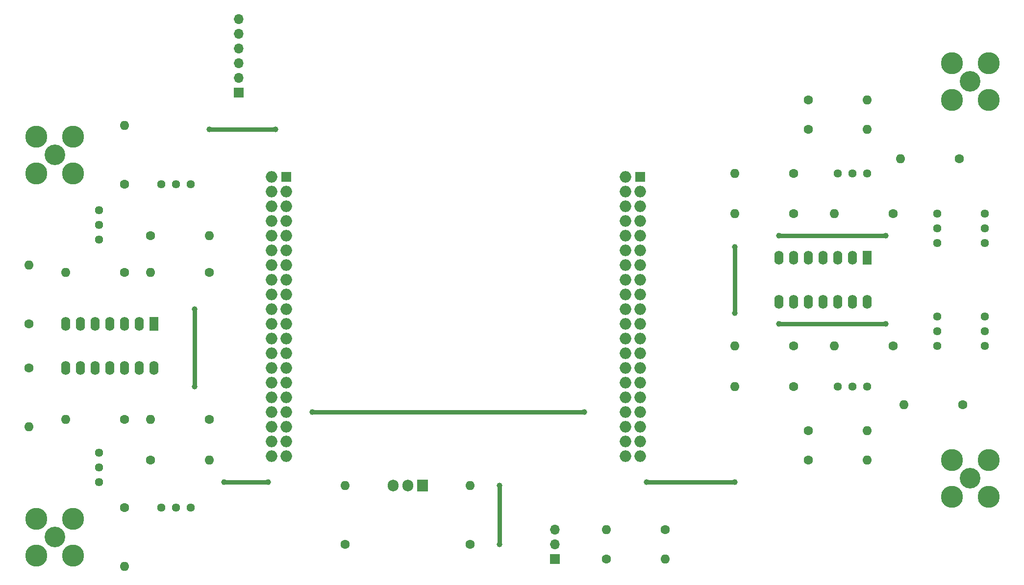
<source format=gbr>
%TF.GenerationSoftware,KiCad,Pcbnew,(5.1.6)-1*%
%TF.CreationDate,2021-01-07T08:24:20+01:00*%
%TF.ProjectId,carteAdaptatrice,63617274-6541-4646-9170-746174726963,rev?*%
%TF.SameCoordinates,Original*%
%TF.FileFunction,Copper,L1,Top*%
%TF.FilePolarity,Positive*%
%FSLAX46Y46*%
G04 Gerber Fmt 4.6, Leading zero omitted, Abs format (unit mm)*
G04 Created by KiCad (PCBNEW (5.1.6)-1) date 2021-01-07 08:24:20*
%MOMM*%
%LPD*%
G01*
G04 APERTURE LIST*
%TA.AperFunction,ComponentPad*%
%ADD10C,1.600000*%
%TD*%
%TA.AperFunction,ComponentPad*%
%ADD11O,1.600000X1.600000*%
%TD*%
%TA.AperFunction,ComponentPad*%
%ADD12R,1.700000X1.700000*%
%TD*%
%TA.AperFunction,ComponentPad*%
%ADD13O,2.000000X2.000000*%
%TD*%
%TA.AperFunction,ComponentPad*%
%ADD14C,3.810000*%
%TD*%
%TA.AperFunction,ComponentPad*%
%ADD15C,3.556000*%
%TD*%
%TA.AperFunction,ComponentPad*%
%ADD16O,1.700000X1.700000*%
%TD*%
%TA.AperFunction,ComponentPad*%
%ADD17C,1.440000*%
%TD*%
%TA.AperFunction,ComponentPad*%
%ADD18O,1.600000X2.400000*%
%TD*%
%TA.AperFunction,ComponentPad*%
%ADD19R,1.600000X2.400000*%
%TD*%
%TA.AperFunction,ComponentPad*%
%ADD20R,1.905000X2.000000*%
%TD*%
%TA.AperFunction,ComponentPad*%
%ADD21O,1.905000X2.000000*%
%TD*%
%TA.AperFunction,ViaPad*%
%ADD22C,1.000000*%
%TD*%
%TA.AperFunction,Conductor*%
%ADD23C,0.800000*%
%TD*%
G04 APERTURE END LIST*
D10*
%TO.P,R22,1*%
%TO.N,Net-(R22-Pad1)*%
X230505000Y-135255000D03*
D11*
%TO.P,R22,2*%
%TO.N,Net-(R20-Pad2)*%
X220345000Y-135255000D03*
%TD*%
D10*
%TO.P,R6,1*%
%TO.N,Net-(R6-Pad1)*%
X69215000Y-128905000D03*
D11*
%TO.P,R6,2*%
%TO.N,Net-(R6-Pad2)*%
X69215000Y-139065000D03*
%TD*%
D12*
%TO.P,J3,1*%
%TO.N,Net-(J3-Pad1)*%
X113665000Y-95885000D03*
D13*
%TO.P,J3,2*%
%TO.N,Net-(J3-Pad2)*%
X111125000Y-95885000D03*
%TO.P,J3,3*%
%TO.N,RX_PC_11*%
X113665000Y-98425000D03*
%TO.P,J3,4*%
%TO.N,TX_PC_10*%
X111125000Y-98425000D03*
%TO.P,J3,5*%
%TO.N,Net-(J3-Pad5)*%
X113665000Y-100965000D03*
%TO.P,J3,6*%
%TO.N,Net-(J3-Pad6)*%
X111125000Y-100965000D03*
%TO.P,J3,7*%
%TO.N,Net-(J3-Pad7)*%
X113665000Y-103505000D03*
%TO.P,J3,8*%
%TO.N,Net-(J3-Pad8)*%
X111125000Y-103505000D03*
%TO.P,J3,9*%
%TO.N,Net-(J3-Pad9)*%
X113665000Y-106045000D03*
%TO.P,J3,10*%
%TO.N,Net-(J3-Pad10)*%
X111125000Y-106045000D03*
%TO.P,J3,11*%
%TO.N,Net-(J3-Pad11)*%
X113665000Y-108585000D03*
%TO.P,J3,12*%
%TO.N,Net-(J3-Pad12)*%
X111125000Y-108585000D03*
%TO.P,J3,13*%
%TO.N,Net-(J3-Pad13)*%
X113665000Y-111125000D03*
%TO.P,J3,14*%
%TO.N,Net-(J3-Pad14)*%
X111125000Y-111125000D03*
%TO.P,J3,15*%
%TO.N,Net-(J3-Pad15)*%
X113665000Y-113665000D03*
%TO.P,J3,16*%
%TO.N,Net-(J3-Pad16)*%
X111125000Y-113665000D03*
%TO.P,J3,17*%
%TO.N,3.3V*%
X113665000Y-116205000D03*
%TO.P,J3,18*%
%TO.N,Net-(J3-Pad18)*%
X111125000Y-116205000D03*
%TO.P,J3,19*%
%TO.N,5V*%
X113665000Y-118745000D03*
%TO.P,J3,20*%
%TO.N,Net-(J3-Pad20)*%
X111125000Y-118745000D03*
%TO.P,J3,21*%
%TO.N,GND*%
X113665000Y-121285000D03*
%TO.P,J3,22*%
X111125000Y-121285000D03*
%TO.P,J3,23*%
X113665000Y-123825000D03*
%TO.P,J3,24*%
%TO.N,Net-(J3-Pad24)*%
X111125000Y-123825000D03*
%TO.P,J3,25*%
%TO.N,Vin*%
X113665000Y-126365000D03*
%TO.P,J3,26*%
%TO.N,Net-(J3-Pad26)*%
X111125000Y-126365000D03*
%TO.P,J3,27*%
%TO.N,Net-(J3-Pad27)*%
X113665000Y-128905000D03*
%TO.P,J3,28*%
%TO.N,Net-(J3-Pad28)*%
X111125000Y-128905000D03*
%TO.P,J3,29*%
%TO.N,Net-(J3-Pad29)*%
X113665000Y-131445000D03*
%TO.P,J3,30*%
%TO.N,Net-(J3-Pad30)*%
X111125000Y-131445000D03*
%TO.P,J3,31*%
%TO.N,Net-(J3-Pad31)*%
X113665000Y-133985000D03*
%TO.P,J3,32*%
%TO.N,Net-(J3-Pad32)*%
X111125000Y-133985000D03*
%TO.P,J3,33*%
%TO.N,V_OUT_X_PA_4*%
X113665000Y-136525000D03*
%TO.P,J3,34*%
%TO.N,Net-(J3-Pad34)*%
X111125000Y-136525000D03*
%TO.P,J3,35*%
%TO.N,Net-(J3-Pad35)*%
X113665000Y-139065000D03*
%TO.P,J3,36*%
%TO.N,Net-(J3-Pad36)*%
X111125000Y-139065000D03*
%TO.P,J3,37*%
%TO.N,Net-(J3-Pad37)*%
X113665000Y-141605000D03*
%TO.P,J3,38*%
%TO.N,V_IN_X_PC_2*%
X111125000Y-141605000D03*
%TO.P,J3,39*%
%TO.N,V_IN_Y_PC_10*%
X113665000Y-144145000D03*
%TO.P,J3,40*%
%TO.N,Net-(J3-Pad40)*%
X111125000Y-144145000D03*
%TD*%
%TO.P,J4,40*%
%TO.N,Net-(J4-Pad40)*%
X172212000Y-144145000D03*
%TO.P,J4,39*%
%TO.N,Net-(J4-Pad39)*%
X174752000Y-144145000D03*
%TO.P,J4,38*%
%TO.N,Net-(J4-Pad38)*%
X172212000Y-141605000D03*
%TO.P,J4,37*%
%TO.N,Net-(J4-Pad37)*%
X174752000Y-141605000D03*
%TO.P,J4,36*%
%TO.N,Net-(J4-Pad36)*%
X172212000Y-139065000D03*
%TO.P,J4,35*%
%TO.N,Net-(J4-Pad35)*%
X174752000Y-139065000D03*
%TO.P,J4,34*%
%TO.N,Net-(J4-Pad34)*%
X172212000Y-136525000D03*
%TO.P,J4,33*%
%TO.N,Net-(J4-Pad33)*%
X174752000Y-136525000D03*
%TO.P,J4,32*%
%TO.N,Net-(J4-Pad32)*%
X172212000Y-133985000D03*
%TO.P,J4,31*%
%TO.N,Net-(J4-Pad31)*%
X174752000Y-133985000D03*
%TO.P,J4,30*%
%TO.N,Net-(J4-Pad30)*%
X172212000Y-131445000D03*
%TO.P,J4,29*%
%TO.N,Net-(J4-Pad29)*%
X174752000Y-131445000D03*
%TO.P,J4,28*%
%TO.N,Net-(J4-Pad28)*%
X172212000Y-128905000D03*
%TO.P,J4,27*%
%TO.N,Net-(J4-Pad27)*%
X174752000Y-128905000D03*
%TO.P,J4,26*%
%TO.N,Net-(J4-Pad26)*%
X172212000Y-126365000D03*
%TO.P,J4,25*%
%TO.N,Net-(J4-Pad25)*%
X174752000Y-126365000D03*
%TO.P,J4,24*%
%TO.N,Net-(J4-Pad24)*%
X172212000Y-123825000D03*
%TO.P,J4,23*%
%TO.N,Net-(J4-Pad23)*%
X174752000Y-123825000D03*
%TO.P,J4,22*%
%TO.N,Net-(J4-Pad22)*%
X172212000Y-121285000D03*
%TO.P,J4,21*%
%TO.N,Net-(J4-Pad21)*%
X174752000Y-121285000D03*
%TO.P,J4,20*%
%TO.N,Net-(J4-Pad20)*%
X172212000Y-118745000D03*
%TO.P,J4,19*%
%TO.N,Net-(J4-Pad19)*%
X174752000Y-118745000D03*
%TO.P,J4,18*%
%TO.N,Net-(J4-Pad18)*%
X172212000Y-116205000D03*
%TO.P,J4,17*%
%TO.N,Net-(J4-Pad17)*%
X174752000Y-116205000D03*
%TO.P,J4,16*%
%TO.N,Net-(J4-Pad16)*%
X172212000Y-113665000D03*
%TO.P,J4,15*%
%TO.N,Net-(J4-Pad15)*%
X174752000Y-113665000D03*
%TO.P,J4,14*%
%TO.N,V_OUT_Y_PA_5*%
X172212000Y-111125000D03*
%TO.P,J4,13*%
%TO.N,Net-(J4-Pad13)*%
X174752000Y-111125000D03*
%TO.P,J4,12*%
%TO.N,Net-(J4-Pad12)*%
X172212000Y-108585000D03*
%TO.P,J4,11*%
%TO.N,Net-(J4-Pad11)*%
X174752000Y-108585000D03*
%TO.P,J4,10*%
%TO.N,Net-(J4-Pad10)*%
X172212000Y-106045000D03*
%TO.P,J4,9*%
%TO.N,Net-(J4-Pad9)*%
X174752000Y-106045000D03*
%TO.P,J4,8*%
%TO.N,Net-(J4-Pad8)*%
X172212000Y-103505000D03*
%TO.P,J4,7*%
%TO.N,Net-(J4-Pad7)*%
X174752000Y-103505000D03*
%TO.P,J4,6*%
%TO.N,Net-(J4-Pad6)*%
X172212000Y-100965000D03*
%TO.P,J4,5*%
%TO.N,Net-(J4-Pad5)*%
X174752000Y-100965000D03*
%TO.P,J4,4*%
%TO.N,Net-(J4-Pad4)*%
X172212000Y-98425000D03*
%TO.P,J4,3*%
%TO.N,Net-(J4-Pad3)*%
X174752000Y-98425000D03*
%TO.P,J4,2*%
%TO.N,Net-(J4-Pad2)*%
X172212000Y-95885000D03*
D12*
%TO.P,J4,1*%
%TO.N,Net-(J4-Pad1)*%
X174752000Y-95885000D03*
%TD*%
D11*
%TO.P,C1,2*%
%TO.N,VCC+*%
X145415000Y-149225000D03*
D10*
%TO.P,C1,1*%
%TO.N,GND*%
X145415000Y-159385000D03*
%TD*%
%TO.P,C2,1*%
%TO.N,GND*%
X123825000Y-159385000D03*
D11*
%TO.P,C2,2*%
%TO.N,Vin*%
X123825000Y-149225000D03*
%TD*%
D10*
%TO.P,C7,1*%
%TO.N,GND*%
X179070000Y-156845000D03*
D11*
%TO.P,C7,2*%
%TO.N,VCC+*%
X168910000Y-156845000D03*
%TD*%
%TO.P,C8,2*%
%TO.N,GND*%
X179070000Y-161925000D03*
D10*
%TO.P,C8,1*%
%TO.N,VCC-*%
X168910000Y-161925000D03*
%TD*%
D14*
%TO.P,J1,2*%
%TO.N,GND*%
X70485000Y-88900000D03*
D15*
%TO.P,J1,1*%
%TO.N,Net-(J1-Pad1)*%
X73660000Y-92075000D03*
D14*
%TO.P,J1,2*%
%TO.N,GND*%
X76835000Y-88900000D03*
X70485000Y-95250000D03*
X76835000Y-95250000D03*
%TD*%
%TO.P,J2,2*%
%TO.N,GND*%
X76835000Y-161290000D03*
X70485000Y-161290000D03*
X76835000Y-154940000D03*
D15*
%TO.P,J2,1*%
%TO.N,Net-(J2-Pad1)*%
X73660000Y-158115000D03*
D14*
%TO.P,J2,2*%
%TO.N,GND*%
X70485000Y-154940000D03*
%TD*%
D12*
%TO.P,J5,1*%
%TO.N,VCC-*%
X160020000Y-161925000D03*
D16*
%TO.P,J5,2*%
%TO.N,GND*%
X160020000Y-159385000D03*
%TO.P,J5,3*%
%TO.N,VCC+*%
X160020000Y-156845000D03*
%TD*%
D14*
%TO.P,J6,2*%
%TO.N,GND*%
X228600000Y-76200000D03*
D15*
%TO.P,J6,1*%
%TO.N,Net-(J6-Pad1)*%
X231775000Y-79375000D03*
D14*
%TO.P,J6,2*%
%TO.N,GND*%
X234950000Y-76200000D03*
X228600000Y-82550000D03*
X234950000Y-82550000D03*
%TD*%
%TO.P,J7,2*%
%TO.N,GND*%
X234950000Y-151130000D03*
X228600000Y-151130000D03*
X234950000Y-144780000D03*
D15*
%TO.P,J7,1*%
%TO.N,Net-(J7-Pad1)*%
X231775000Y-147955000D03*
D14*
%TO.P,J7,2*%
%TO.N,GND*%
X228600000Y-144780000D03*
%TD*%
D12*
%TO.P,J8,1*%
%TO.N,Net-(J8-Pad1)*%
X105410000Y-81280000D03*
D16*
%TO.P,J8,2*%
%TO.N,TX_PC_10*%
X105410000Y-78740000D03*
%TO.P,J8,3*%
%TO.N,RX_PC_11*%
X105410000Y-76200000D03*
%TO.P,J8,4*%
%TO.N,5V*%
X105410000Y-73660000D03*
%TO.P,J8,5*%
%TO.N,Net-(J8-Pad5)*%
X105410000Y-71120000D03*
%TO.P,J8,6*%
%TO.N,GND*%
X105410000Y-68580000D03*
%TD*%
D11*
%TO.P,R1,2*%
%TO.N,3.3V*%
X100330000Y-106045000D03*
D10*
%TO.P,R1,1*%
%TO.N,Net-(R1-Pad1)*%
X90170000Y-106045000D03*
%TD*%
D11*
%TO.P,R2,2*%
%TO.N,Net-(J2-Pad1)*%
X85725000Y-163195000D03*
D10*
%TO.P,R2,1*%
%TO.N,Net-(R2-Pad1)*%
X85725000Y-153035000D03*
%TD*%
D11*
%TO.P,R3,2*%
%TO.N,Net-(J1-Pad1)*%
X85725000Y-86995000D03*
D10*
%TO.P,R3,1*%
%TO.N,Net-(R3-Pad1)*%
X85725000Y-97155000D03*
%TD*%
%TO.P,R4,1*%
%TO.N,Net-(R4-Pad1)*%
X90170000Y-144780000D03*
D11*
%TO.P,R4,2*%
%TO.N,3.3V*%
X100330000Y-144780000D03*
%TD*%
D10*
%TO.P,R5,1*%
%TO.N,Net-(R5-Pad1)*%
X69215000Y-121285000D03*
D11*
%TO.P,R5,2*%
%TO.N,Net-(R5-Pad2)*%
X69215000Y-111125000D03*
%TD*%
D10*
%TO.P,R7,1*%
%TO.N,Net-(R10-Pad2)*%
X85725000Y-112395000D03*
D11*
%TO.P,R7,2*%
%TO.N,Net-(R5-Pad1)*%
X75565000Y-112395000D03*
%TD*%
%TO.P,R8,2*%
%TO.N,Net-(R6-Pad1)*%
X75565000Y-137795000D03*
D10*
%TO.P,R8,1*%
%TO.N,Net-(R12-Pad2)*%
X85725000Y-137795000D03*
%TD*%
D11*
%TO.P,R9,2*%
%TO.N,3.3V*%
X191135000Y-102235000D03*
D10*
%TO.P,R9,1*%
%TO.N,Net-(R11-Pad2)*%
X201295000Y-102235000D03*
%TD*%
D11*
%TO.P,R10,2*%
%TO.N,Net-(R10-Pad2)*%
X90170000Y-112395000D03*
D10*
%TO.P,R10,1*%
%TO.N,V_IN_X_PC_2*%
X100330000Y-112395000D03*
%TD*%
%TO.P,R11,1*%
%TO.N,Net-(R11-Pad1)*%
X218440000Y-102235000D03*
D11*
%TO.P,R11,2*%
%TO.N,Net-(R11-Pad2)*%
X208280000Y-102235000D03*
%TD*%
%TO.P,R12,2*%
%TO.N,Net-(R12-Pad2)*%
X90170000Y-137795000D03*
D10*
%TO.P,R12,1*%
%TO.N,V_IN_Y_PC_10*%
X100330000Y-137795000D03*
%TD*%
D11*
%TO.P,R13,2*%
%TO.N,V_OUT_X_PA_4*%
X191135000Y-95250000D03*
D10*
%TO.P,R13,1*%
%TO.N,Net-(R13-Pad1)*%
X201295000Y-95250000D03*
%TD*%
D11*
%TO.P,R14,2*%
%TO.N,V_OUT_Y_PA_5*%
X191135000Y-132080000D03*
D10*
%TO.P,R14,1*%
%TO.N,Net-(R14-Pad1)*%
X201295000Y-132080000D03*
%TD*%
%TO.P,R15,1*%
%TO.N,Net-(R15-Pad1)*%
X201295000Y-125095000D03*
D11*
%TO.P,R15,2*%
%TO.N,3.3V*%
X191135000Y-125095000D03*
%TD*%
D10*
%TO.P,R16,1*%
%TO.N,GND*%
X203835000Y-87630000D03*
D11*
%TO.P,R16,2*%
%TO.N,Net-(R16-Pad2)*%
X213995000Y-87630000D03*
%TD*%
D10*
%TO.P,R17,1*%
%TO.N,GND*%
X203835000Y-139700000D03*
D11*
%TO.P,R17,2*%
%TO.N,Net-(R17-Pad2)*%
X213995000Y-139700000D03*
%TD*%
%TO.P,R18,2*%
%TO.N,Net-(R15-Pad1)*%
X208280000Y-125095000D03*
D10*
%TO.P,R18,1*%
%TO.N,Net-(R18-Pad1)*%
X218440000Y-125095000D03*
%TD*%
%TO.P,R19,1*%
%TO.N,GND*%
X203835000Y-82550000D03*
D11*
%TO.P,R19,2*%
%TO.N,Net-(R19-Pad2)*%
X213995000Y-82550000D03*
%TD*%
%TO.P,R20,2*%
%TO.N,Net-(R20-Pad2)*%
X213995000Y-144780000D03*
D10*
%TO.P,R20,1*%
%TO.N,GND*%
X203835000Y-144780000D03*
%TD*%
%TO.P,R21,1*%
%TO.N,Net-(R21-Pad1)*%
X229870000Y-92710000D03*
D11*
%TO.P,R21,2*%
%TO.N,Net-(R19-Pad2)*%
X219710000Y-92710000D03*
%TD*%
D17*
%TO.P,RV1,1*%
%TO.N,Net-(R1-Pad1)*%
X97155000Y-97155000D03*
%TO.P,RV1,2*%
X94615000Y-97155000D03*
%TO.P,RV1,3*%
%TO.N,Net-(R5-Pad2)*%
X92075000Y-97155000D03*
%TD*%
%TO.P,RV2,1*%
%TO.N,Net-(R3-Pad1)*%
X81280000Y-101600000D03*
%TO.P,RV2,2*%
X81280000Y-104140000D03*
%TO.P,RV2,3*%
%TO.N,Net-(R5-Pad2)*%
X81280000Y-106680000D03*
%TD*%
%TO.P,RV3,3*%
%TO.N,Net-(RV3-Pad3)*%
X226060000Y-107315000D03*
%TO.P,RV3,2*%
%TO.N,Net-(R11-Pad1)*%
X226060000Y-104775000D03*
%TO.P,RV3,1*%
X226060000Y-102235000D03*
%TD*%
%TO.P,RV4,3*%
%TO.N,Net-(R6-Pad2)*%
X92075000Y-153035000D03*
%TO.P,RV4,2*%
%TO.N,Net-(R4-Pad1)*%
X94615000Y-153035000D03*
%TO.P,RV4,1*%
X97155000Y-153035000D03*
%TD*%
%TO.P,RV5,1*%
%TO.N,Net-(R2-Pad1)*%
X81280000Y-148590000D03*
%TO.P,RV5,2*%
X81280000Y-146050000D03*
%TO.P,RV5,3*%
%TO.N,Net-(R6-Pad2)*%
X81280000Y-143510000D03*
%TD*%
%TO.P,RV6,3*%
%TO.N,Net-(R16-Pad2)*%
X213995000Y-95250000D03*
%TO.P,RV6,2*%
%TO.N,Net-(R13-Pad1)*%
X211455000Y-95250000D03*
%TO.P,RV6,1*%
X208915000Y-95250000D03*
%TD*%
%TO.P,RV7,3*%
%TO.N,Net-(R17-Pad2)*%
X213995000Y-132080000D03*
%TO.P,RV7,2*%
%TO.N,Net-(R14-Pad1)*%
X211455000Y-132080000D03*
%TO.P,RV7,1*%
X208915000Y-132080000D03*
%TD*%
%TO.P,RV8,1*%
%TO.N,Net-(R18-Pad1)*%
X226060000Y-125095000D03*
%TO.P,RV8,2*%
X226060000Y-122555000D03*
%TO.P,RV8,3*%
%TO.N,Net-(RV8-Pad3)*%
X226060000Y-120015000D03*
%TD*%
%TO.P,RV9,1*%
%TO.N,Net-(R21-Pad1)*%
X234315000Y-107315000D03*
%TO.P,RV9,2*%
X234315000Y-104775000D03*
%TO.P,RV9,3*%
%TO.N,Net-(J6-Pad1)*%
X234315000Y-102235000D03*
%TD*%
%TO.P,RV10,3*%
%TO.N,Net-(J7-Pad1)*%
X234315000Y-125095000D03*
%TO.P,RV10,2*%
%TO.N,Net-(R22-Pad1)*%
X234315000Y-122555000D03*
%TO.P,RV10,1*%
X234315000Y-120015000D03*
%TD*%
D18*
%TO.P,U1,14*%
%TO.N,Net-(J7-Pad1)*%
X213995000Y-117475000D03*
%TO.P,U1,7*%
%TO.N,Net-(RV3-Pad3)*%
X198755000Y-109855000D03*
%TO.P,U1,13*%
%TO.N,Net-(R20-Pad2)*%
X211455000Y-117475000D03*
%TO.P,U1,6*%
%TO.N,Net-(R11-Pad2)*%
X201295000Y-109855000D03*
%TO.P,U1,12*%
%TO.N,Net-(RV8-Pad3)*%
X208915000Y-117475000D03*
%TO.P,U1,5*%
%TO.N,Net-(R16-Pad2)*%
X203835000Y-109855000D03*
%TO.P,U1,11*%
%TO.N,VCC-*%
X206375000Y-117475000D03*
%TO.P,U1,4*%
%TO.N,VCC+*%
X206375000Y-109855000D03*
%TO.P,U1,10*%
%TO.N,Net-(R17-Pad2)*%
X203835000Y-117475000D03*
%TO.P,U1,3*%
%TO.N,Net-(RV3-Pad3)*%
X208915000Y-109855000D03*
%TO.P,U1,9*%
%TO.N,Net-(R15-Pad1)*%
X201295000Y-117475000D03*
%TO.P,U1,2*%
%TO.N,Net-(R19-Pad2)*%
X211455000Y-109855000D03*
%TO.P,U1,8*%
%TO.N,Net-(RV8-Pad3)*%
X198755000Y-117475000D03*
D19*
%TO.P,U1,1*%
%TO.N,Net-(J6-Pad1)*%
X213995000Y-109855000D03*
%TD*%
D20*
%TO.P,U2,1*%
%TO.N,VCC+*%
X137160000Y-149225000D03*
D21*
%TO.P,U2,2*%
%TO.N,GND*%
X134620000Y-149225000D03*
%TO.P,U2,3*%
%TO.N,Vin*%
X132080000Y-149225000D03*
%TD*%
D19*
%TO.P,U3,1*%
%TO.N,V_IN_X_PC_2*%
X90805000Y-121285000D03*
D18*
%TO.P,U3,8*%
%TO.N,Net-(R6-Pad1)*%
X75565000Y-128905000D03*
%TO.P,U3,2*%
%TO.N,Net-(R10-Pad2)*%
X88265000Y-121285000D03*
%TO.P,U3,9*%
%TO.N,Net-(R6-Pad2)*%
X78105000Y-128905000D03*
%TO.P,U3,3*%
%TO.N,GND*%
X85725000Y-121285000D03*
%TO.P,U3,10*%
X80645000Y-128905000D03*
%TO.P,U3,4*%
%TO.N,VCC+*%
X83185000Y-121285000D03*
%TO.P,U3,11*%
%TO.N,VCC-*%
X83185000Y-128905000D03*
%TO.P,U3,5*%
%TO.N,GND*%
X80645000Y-121285000D03*
%TO.P,U3,12*%
X85725000Y-128905000D03*
%TO.P,U3,6*%
%TO.N,Net-(R5-Pad2)*%
X78105000Y-121285000D03*
%TO.P,U3,13*%
%TO.N,Net-(R12-Pad2)*%
X88265000Y-128905000D03*
%TO.P,U3,7*%
%TO.N,Net-(R5-Pad1)*%
X75565000Y-121285000D03*
%TO.P,U3,14*%
%TO.N,V_IN_Y_PC_10*%
X90805000Y-128905000D03*
%TD*%
D22*
%TO.N,GND*%
X150495000Y-159385000D03*
X150495000Y-149225000D03*
%TO.N,3.3V*%
X191135000Y-119380000D03*
X191135000Y-107950000D03*
X97790000Y-132080000D03*
X97790000Y-118745000D03*
X111760000Y-87630000D03*
X100330000Y-87630000D03*
%TO.N,V_OUT_X_PA_4*%
X118110000Y-136525000D03*
X165100000Y-136525000D03*
%TO.N,V_IN_Y_PC_10*%
X102870016Y-148590000D03*
X110490000Y-148590000D03*
%TO.N,V_OUT_Y_PA_5*%
X175895000Y-148590000D03*
X191135000Y-148590000D03*
%TO.N,Net-(RV3-Pad3)*%
X198755000Y-106045000D03*
X217170000Y-106045000D03*
%TO.N,Net-(RV8-Pad3)*%
X198755000Y-121285000D03*
X217170010Y-121285000D03*
%TD*%
D23*
%TO.N,GND*%
X150495000Y-159385000D02*
X150495000Y-149860000D01*
X150495000Y-149860000D02*
X150495000Y-149225000D01*
%TO.N,3.3V*%
X191135000Y-119380000D02*
X191135000Y-107950000D01*
X97790000Y-132080000D02*
X97790000Y-118745000D01*
X111052894Y-87630000D02*
X100330000Y-87630000D01*
X111760000Y-87630000D02*
X111052894Y-87630000D01*
%TO.N,V_OUT_X_PA_4*%
X118110000Y-136525000D02*
X165100000Y-136525000D01*
%TO.N,V_IN_Y_PC_10*%
X102870016Y-148590000D02*
X110490000Y-148590000D01*
%TO.N,V_OUT_Y_PA_5*%
X175895000Y-148590000D02*
X191135000Y-148590000D01*
%TO.N,Net-(RV3-Pad3)*%
X198755000Y-106045000D02*
X217170000Y-106045000D01*
%TO.N,Net-(RV8-Pad3)*%
X198755000Y-121285000D02*
X217170010Y-121285000D01*
%TD*%
M02*

</source>
